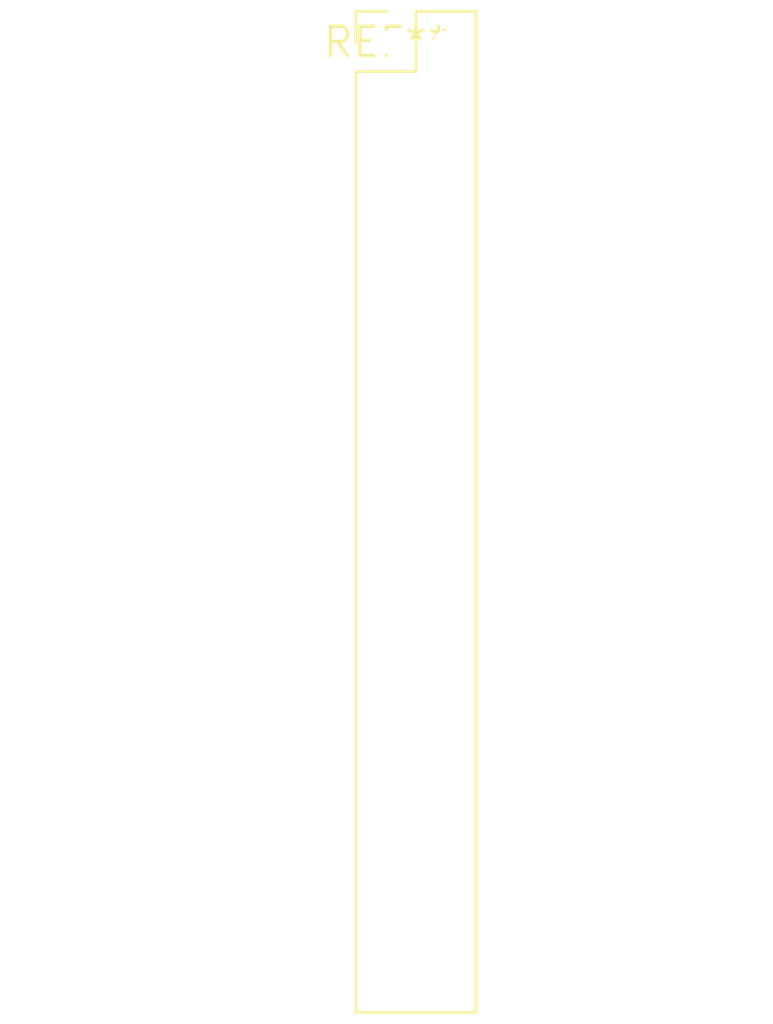
<source format=kicad_pcb>
(kicad_pcb (version 20240108) (generator pcbnew)
  (layers (0 "F.Cu" signal) (31 "B.Cu" signal) (34 "B.Paste" user) (35 "F.Paste" user) (36 "B.SilkS" user "B.Silkscreen") (37 "F.SilkS" user "F.Silkscreen") (38 "B.Mask" user) (39 "F.Mask" user) (44 "Edge.Cuts" user))
  (net 0 "")
  (footprint "PinHeader_2x17_P2.54mm_Vertical" (layer "F.Cu") (at 0 0)
    (property "Reference" "REF**")
    (property "Value" "PinHeader_2x17_P2.54mm_Vertical")
    (fp_line (start -1.33 -1.33) (end 0 -1.33) (layer "F.SilkS") (stroke (width 0.12)))
    (fp_line (start -1.33 0) (end -1.33 -1.33) (layer "F.SilkS") (stroke (width 0.12)))
    (fp_line (start -1.33 1.27) (end -1.33 41.97) (layer "F.SilkS") (stroke (width 0.12)))
    (fp_line (start -1.33 1.27) (end 1.27 1.27) (layer "F.SilkS") (stroke (width 0.12)))
    (fp_line (start -1.33 41.97) (end 3.87 41.97) (layer "F.SilkS") (stroke (width 0.12)))
    (fp_line (start 1.27 -1.33) (end 3.87 -1.33) (layer "F.SilkS") (stroke (width 0.12)))
    (fp_line (start 1.27 1.27) (end 1.27 -1.33) (layer "F.SilkS") (stroke (width 0.12)))
    (fp_line (start 3.87 -1.33) (end 3.87 41.97) (layer "F.SilkS") (stroke (width 0.12)))
    (pad "1" thru_hole rect (at 0 0) (size 1.7 1.7) (drill 1) (layers *.Cu *.Mask) (remove_unused_layers))
    (pad "2" thru_hole oval (at 2.54 0) (size 1.7 1.7) (drill 1) (layers *.Cu *.Mask) (remove_unused_layers))
    (pad "3" thru_hole oval (at 0 2.54) (size 1.7 1.7) (drill 1) (layers *.Cu *.Mask) (remove_unused_layers))
    (pad "4" thru_hole oval (at 2.54 2.54) (size 1.7 1.7) (drill 1) (layers *.Cu *.Mask) (remove_unused_layers))
    (pad "5" thru_hole oval (at 0 5.08) (size 1.7 1.7) (drill 1) (layers *.Cu *.Mask) (remove_unused_layers))
    (pad "6" thru_hole oval (at 2.54 5.08) (size 1.7 1.7) (drill 1) (layers *.Cu *.Mask) (remove_unused_layers))
    (pad "7" thru_hole oval (at 0 7.62) (size 1.7 1.7) (drill 1) (layers *.Cu *.Mask) (remove_unused_layers))
    (pad "8" thru_hole oval (at 2.54 7.62) (size 1.7 1.7) (drill 1) (layers *.Cu *.Mask) (remove_unused_layers))
    (pad "9" thru_hole oval (at 0 10.16) (size 1.7 1.7) (drill 1) (layers *.Cu *.Mask) (remove_unused_layers))
    (pad "10" thru_hole oval (at 2.54 10.16) (size 1.7 1.7) (drill 1) (layers *.Cu *.Mask) (remove_unused_layers))
    (pad "11" thru_hole oval (at 0 12.7) (size 1.7 1.7) (drill 1) (layers *.Cu *.Mask) (remove_unused_layers))
    (pad "12" thru_hole oval (at 2.54 12.7) (size 1.7 1.7) (drill 1) (layers *.Cu *.Mask) (remove_unused_layers))
    (pad "13" thru_hole oval (at 0 15.24) (size 1.7 1.7) (drill 1) (layers *.Cu *.Mask) (remove_unused_layers))
    (pad "14" thru_hole oval (at 2.54 15.24) (size 1.7 1.7) (drill 1) (layers *.Cu *.Mask) (remove_unused_layers))
    (pad "15" thru_hole oval (at 0 17.78) (size 1.7 1.7) (drill 1) (layers *.Cu *.Mask) (remove_unused_layers))
    (pad "16" thru_hole oval (at 2.54 17.78) (size 1.7 1.7) (drill 1) (layers *.Cu *.Mask) (remove_unused_layers))
    (pad "17" thru_hole oval (at 0 20.32) (size 1.7 1.7) (drill 1) (layers *.Cu *.Mask) (remove_unused_layers))
    (pad "18" thru_hole oval (at 2.54 20.32) (size 1.7 1.7) (drill 1) (layers *.Cu *.Mask) (remove_unused_layers))
    (pad "19" thru_hole oval (at 0 22.86) (size 1.7 1.7) (drill 1) (layers *.Cu *.Mask) (remove_unused_layers))
    (pad "20" thru_hole oval (at 2.54 22.86) (size 1.7 1.7) (drill 1) (layers *.Cu *.Mask) (remove_unused_layers))
    (pad "21" thru_hole oval (at 0 25.4) (size 1.7 1.7) (drill 1) (layers *.Cu *.Mask) (remove_unused_layers))
    (pad "22" thru_hole oval (at 2.54 25.4) (size 1.7 1.7) (drill 1) (layers *.Cu *.Mask) (remove_unused_layers))
    (pad "23" thru_hole oval (at 0 27.94) (size 1.7 1.7) (drill 1) (layers *.Cu *.Mask) (remove_unused_layers))
    (pad "24" thru_hole oval (at 2.54 27.94) (size 1.7 1.7) (drill 1) (layers *.Cu *.Mask) (remove_unused_layers))
    (pad "25" thru_hole oval (at 0 30.48) (size 1.7 1.7) (drill 1) (layers *.Cu *.Mask) (remove_unused_layers))
    (pad "26" thru_hole oval (at 2.54 30.48) (size 1.7 1.7) (drill 1) (layers *.Cu *.Mask) (remove_unused_layers))
    (pad "27" thru_hole oval (at 0 33.02) (size 1.7 1.7) (drill 1) (layers *.Cu *.Mask) (remove_unused_layers))
    (pad "28" thru_hole oval (at 2.54 33.02) (size 1.7 1.7) (drill 1) (layers *.Cu *.Mask) (remove_unused_layers))
    (pad "29" thru_hole oval (at 0 35.56) (size 1.7 1.7) (drill 1) (layers *.Cu *.Mask) (remove_unused_layers))
    (pad "30" thru_hole oval (at 2.54 35.56) (size 1.7 1.7) (drill 1) (layers *.Cu *.Mask) (remove_unused_layers))
    (pad "31" thru_hole oval (at 0 38.1) (size 1.7 1.7) (drill 1) (layers *.Cu *.Mask) (remove_unused_layers))
    (pad "32" thru_hole oval (at 2.54 38.1) (size 1.7 1.7) (drill 1) (layers *.Cu *.Mask) (remove_unused_layers))
    (pad "33" thru_hole oval (at 0 40.64) (size 1.7 1.7) (drill 1) (layers *.Cu *.Mask) (remove_unused_layers))
    (pad "34" thru_hole oval (at 2.54 40.64) (size 1.7 1.7) (drill 1) (layers *.Cu *.Mask) (remove_unused_layers))
  )
)
</source>
